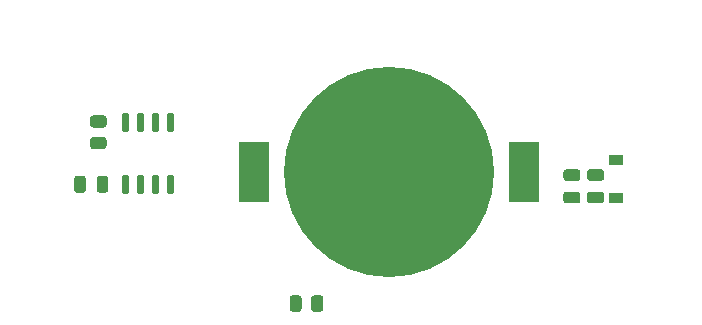
<source format=gbr>
%TF.GenerationSoftware,KiCad,Pcbnew,5.1.10-88a1d61d58~90~ubuntu20.04.1*%
%TF.CreationDate,2021-11-15T19:50:34+00:00*%
%TF.ProjectId,daughter_board,64617567-6874-4657-925f-626f6172642e,rev?*%
%TF.SameCoordinates,Original*%
%TF.FileFunction,Paste,Bot*%
%TF.FilePolarity,Positive*%
%FSLAX46Y46*%
G04 Gerber Fmt 4.6, Leading zero omitted, Abs format (unit mm)*
G04 Created by KiCad (PCBNEW 5.1.10-88a1d61d58~90~ubuntu20.04.1) date 2021-11-15 19:50:34*
%MOMM*%
%LPD*%
G01*
G04 APERTURE LIST*
%ADD10R,2.500000X5.100000*%
%ADD11C,17.800000*%
%ADD12R,1.219200X0.914400*%
G04 APERTURE END LIST*
%TO.C,C4*%
G36*
G01*
X153975000Y-108725000D02*
X153025000Y-108725000D01*
G75*
G02*
X152775000Y-108475000I0J250000D01*
G01*
X152775000Y-107975000D01*
G75*
G02*
X153025000Y-107725000I250000J0D01*
G01*
X153975000Y-107725000D01*
G75*
G02*
X154225000Y-107975000I0J-250000D01*
G01*
X154225000Y-108475000D01*
G75*
G02*
X153975000Y-108725000I-250000J0D01*
G01*
G37*
G36*
G01*
X153975000Y-110625000D02*
X153025000Y-110625000D01*
G75*
G02*
X152775000Y-110375000I0J250000D01*
G01*
X152775000Y-109875000D01*
G75*
G02*
X153025000Y-109625000I250000J0D01*
G01*
X153975000Y-109625000D01*
G75*
G02*
X154225000Y-109875000I0J-250000D01*
G01*
X154225000Y-110375000D01*
G75*
G02*
X153975000Y-110625000I-250000J0D01*
G01*
G37*
%TD*%
%TO.C,C1*%
G36*
G01*
X110350000Y-108525000D02*
X110350000Y-109475000D01*
G75*
G02*
X110100000Y-109725000I-250000J0D01*
G01*
X109600000Y-109725000D01*
G75*
G02*
X109350000Y-109475000I0J250000D01*
G01*
X109350000Y-108525000D01*
G75*
G02*
X109600000Y-108275000I250000J0D01*
G01*
X110100000Y-108275000D01*
G75*
G02*
X110350000Y-108525000I0J-250000D01*
G01*
G37*
G36*
G01*
X112250000Y-108525000D02*
X112250000Y-109475000D01*
G75*
G02*
X112000000Y-109725000I-250000J0D01*
G01*
X111500000Y-109725000D01*
G75*
G02*
X111250000Y-109475000I0J250000D01*
G01*
X111250000Y-108525000D01*
G75*
G02*
X111500000Y-108275000I250000J0D01*
G01*
X112000000Y-108275000D01*
G75*
G02*
X112250000Y-108525000I0J-250000D01*
G01*
G37*
%TD*%
D10*
%TO.C,BT1*%
X124575000Y-107925000D03*
X147475000Y-107925000D03*
D11*
X136025000Y-107925000D03*
%TD*%
%TO.C,C6*%
G36*
G01*
X151975000Y-108725000D02*
X151025000Y-108725000D01*
G75*
G02*
X150775000Y-108475000I0J250000D01*
G01*
X150775000Y-107975000D01*
G75*
G02*
X151025000Y-107725000I250000J0D01*
G01*
X151975000Y-107725000D01*
G75*
G02*
X152225000Y-107975000I0J-250000D01*
G01*
X152225000Y-108475000D01*
G75*
G02*
X151975000Y-108725000I-250000J0D01*
G01*
G37*
G36*
G01*
X151975000Y-110625000D02*
X151025000Y-110625000D01*
G75*
G02*
X150775000Y-110375000I0J250000D01*
G01*
X150775000Y-109875000D01*
G75*
G02*
X151025000Y-109625000I250000J0D01*
G01*
X151975000Y-109625000D01*
G75*
G02*
X152225000Y-109875000I0J-250000D01*
G01*
X152225000Y-110375000D01*
G75*
G02*
X151975000Y-110625000I-250000J0D01*
G01*
G37*
%TD*%
%TO.C,U1*%
G36*
G01*
X113545000Y-108200000D02*
X113845000Y-108200000D01*
G75*
G02*
X113995000Y-108350000I0J-150000D01*
G01*
X113995000Y-109700000D01*
G75*
G02*
X113845000Y-109850000I-150000J0D01*
G01*
X113545000Y-109850000D01*
G75*
G02*
X113395000Y-109700000I0J150000D01*
G01*
X113395000Y-108350000D01*
G75*
G02*
X113545000Y-108200000I150000J0D01*
G01*
G37*
G36*
G01*
X114815000Y-108200000D02*
X115115000Y-108200000D01*
G75*
G02*
X115265000Y-108350000I0J-150000D01*
G01*
X115265000Y-109700000D01*
G75*
G02*
X115115000Y-109850000I-150000J0D01*
G01*
X114815000Y-109850000D01*
G75*
G02*
X114665000Y-109700000I0J150000D01*
G01*
X114665000Y-108350000D01*
G75*
G02*
X114815000Y-108200000I150000J0D01*
G01*
G37*
G36*
G01*
X116085000Y-108200000D02*
X116385000Y-108200000D01*
G75*
G02*
X116535000Y-108350000I0J-150000D01*
G01*
X116535000Y-109700000D01*
G75*
G02*
X116385000Y-109850000I-150000J0D01*
G01*
X116085000Y-109850000D01*
G75*
G02*
X115935000Y-109700000I0J150000D01*
G01*
X115935000Y-108350000D01*
G75*
G02*
X116085000Y-108200000I150000J0D01*
G01*
G37*
G36*
G01*
X117355000Y-108200000D02*
X117655000Y-108200000D01*
G75*
G02*
X117805000Y-108350000I0J-150000D01*
G01*
X117805000Y-109700000D01*
G75*
G02*
X117655000Y-109850000I-150000J0D01*
G01*
X117355000Y-109850000D01*
G75*
G02*
X117205000Y-109700000I0J150000D01*
G01*
X117205000Y-108350000D01*
G75*
G02*
X117355000Y-108200000I150000J0D01*
G01*
G37*
G36*
G01*
X117355000Y-102950000D02*
X117655000Y-102950000D01*
G75*
G02*
X117805000Y-103100000I0J-150000D01*
G01*
X117805000Y-104450000D01*
G75*
G02*
X117655000Y-104600000I-150000J0D01*
G01*
X117355000Y-104600000D01*
G75*
G02*
X117205000Y-104450000I0J150000D01*
G01*
X117205000Y-103100000D01*
G75*
G02*
X117355000Y-102950000I150000J0D01*
G01*
G37*
G36*
G01*
X116085000Y-102950000D02*
X116385000Y-102950000D01*
G75*
G02*
X116535000Y-103100000I0J-150000D01*
G01*
X116535000Y-104450000D01*
G75*
G02*
X116385000Y-104600000I-150000J0D01*
G01*
X116085000Y-104600000D01*
G75*
G02*
X115935000Y-104450000I0J150000D01*
G01*
X115935000Y-103100000D01*
G75*
G02*
X116085000Y-102950000I150000J0D01*
G01*
G37*
G36*
G01*
X114815000Y-102950000D02*
X115115000Y-102950000D01*
G75*
G02*
X115265000Y-103100000I0J-150000D01*
G01*
X115265000Y-104450000D01*
G75*
G02*
X115115000Y-104600000I-150000J0D01*
G01*
X114815000Y-104600000D01*
G75*
G02*
X114665000Y-104450000I0J150000D01*
G01*
X114665000Y-103100000D01*
G75*
G02*
X114815000Y-102950000I150000J0D01*
G01*
G37*
G36*
G01*
X113545000Y-102950000D02*
X113845000Y-102950000D01*
G75*
G02*
X113995000Y-103100000I0J-150000D01*
G01*
X113995000Y-104450000D01*
G75*
G02*
X113845000Y-104600000I-150000J0D01*
G01*
X113545000Y-104600000D01*
G75*
G02*
X113395000Y-104450000I0J150000D01*
G01*
X113395000Y-103100000D01*
G75*
G02*
X113545000Y-102950000I150000J0D01*
G01*
G37*
%TD*%
D12*
%TO.C,D5*%
X155250000Y-110188300D03*
X155250000Y-106911700D03*
%TD*%
%TO.C,R3*%
G36*
G01*
X111850002Y-104200000D02*
X110949998Y-104200000D01*
G75*
G02*
X110700000Y-103950002I0J249998D01*
G01*
X110700000Y-103424998D01*
G75*
G02*
X110949998Y-103175000I249998J0D01*
G01*
X111850002Y-103175000D01*
G75*
G02*
X112100000Y-103424998I0J-249998D01*
G01*
X112100000Y-103950002D01*
G75*
G02*
X111850002Y-104200000I-249998J0D01*
G01*
G37*
G36*
G01*
X111850002Y-106025000D02*
X110949998Y-106025000D01*
G75*
G02*
X110700000Y-105775002I0J249998D01*
G01*
X110700000Y-105249998D01*
G75*
G02*
X110949998Y-105000000I249998J0D01*
G01*
X111850002Y-105000000D01*
G75*
G02*
X112100000Y-105249998I0J-249998D01*
G01*
X112100000Y-105775002D01*
G75*
G02*
X111850002Y-106025000I-249998J0D01*
G01*
G37*
%TD*%
%TO.C,R2*%
G36*
G01*
X128625000Y-118649998D02*
X128625000Y-119550002D01*
G75*
G02*
X128375002Y-119800000I-249998J0D01*
G01*
X127849998Y-119800000D01*
G75*
G02*
X127600000Y-119550002I0J249998D01*
G01*
X127600000Y-118649998D01*
G75*
G02*
X127849998Y-118400000I249998J0D01*
G01*
X128375002Y-118400000D01*
G75*
G02*
X128625000Y-118649998I0J-249998D01*
G01*
G37*
G36*
G01*
X130450000Y-118649998D02*
X130450000Y-119550002D01*
G75*
G02*
X130200002Y-119800000I-249998J0D01*
G01*
X129674998Y-119800000D01*
G75*
G02*
X129425000Y-119550002I0J249998D01*
G01*
X129425000Y-118649998D01*
G75*
G02*
X129674998Y-118400000I249998J0D01*
G01*
X130200002Y-118400000D01*
G75*
G02*
X130450000Y-118649998I0J-249998D01*
G01*
G37*
%TD*%
M02*

</source>
